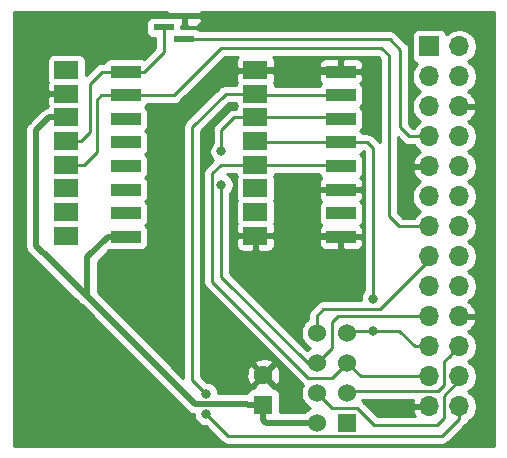
<source format=gbr>
G04 #@! TF.GenerationSoftware,KiCad,Pcbnew,(5.1.5-0-10_14)*
G04 #@! TF.CreationDate,2020-05-04T22:30:03+03:00*
G04 #@! TF.ProjectId,PiGate,50694761-7465-42e6-9b69-6361645f7063,rev?*
G04 #@! TF.SameCoordinates,Original*
G04 #@! TF.FileFunction,Copper,L1,Top*
G04 #@! TF.FilePolarity,Positive*
%FSLAX46Y46*%
G04 Gerber Fmt 4.6, Leading zero omitted, Abs format (unit mm)*
G04 Created by KiCad (PCBNEW (5.1.5-0-10_14)) date 2020-05-04 22:30:03*
%MOMM*%
%LPD*%
G04 APERTURE LIST*
%ADD10O,1.700000X1.700000*%
%ADD11R,1.700000X1.700000*%
%ADD12C,1.524000*%
%ADD13R,1.524000X1.524000*%
%ADD14C,1.600000*%
%ADD15R,1.600000X1.600000*%
%ADD16R,2.500000X1.000000*%
%ADD17R,2.000000X1.500000*%
%ADD18R,1.750000X0.600000*%
%ADD19C,0.800000*%
%ADD20C,0.250000*%
%ADD21C,0.500000*%
%ADD22C,0.254000*%
G04 APERTURE END LIST*
D10*
X130395302Y-84030000D03*
X127855302Y-84030000D03*
X130395302Y-81490000D03*
X127855302Y-81490000D03*
X130395302Y-78950000D03*
X127855302Y-78950000D03*
X130395302Y-76410000D03*
X127855302Y-76410000D03*
X130395302Y-73870000D03*
X127855302Y-73870000D03*
X130395302Y-71330000D03*
X127855302Y-71330000D03*
X130395302Y-68790000D03*
X127855302Y-68790000D03*
X130395302Y-66250000D03*
X127855302Y-66250000D03*
X130395302Y-63710000D03*
X127855302Y-63710000D03*
X130395302Y-61170000D03*
X127855302Y-61170000D03*
X130395302Y-58630000D03*
X127855302Y-58630000D03*
X130395302Y-56090000D03*
X127855302Y-56090000D03*
X130395302Y-53550000D03*
D11*
X127855302Y-53550000D03*
D12*
X118364000Y-77800200D03*
X120904000Y-77800200D03*
X118364000Y-80340200D03*
X120904000Y-80340200D03*
X118364000Y-82880200D03*
X120904000Y-82880200D03*
X118364000Y-85420200D03*
D13*
X120904000Y-85420200D03*
D14*
X113817400Y-81370800D03*
D15*
X113817400Y-83870800D03*
D16*
X102170600Y-55672200D03*
X102170600Y-57672200D03*
X102170600Y-59672200D03*
X102170600Y-61672200D03*
X102170600Y-63672200D03*
X102170600Y-65672200D03*
X102170600Y-67672200D03*
X102170600Y-69672200D03*
X120370600Y-69672200D03*
X120370600Y-67672200D03*
X120370600Y-65672200D03*
X120370600Y-63672200D03*
X120370600Y-61672200D03*
X120370600Y-59672200D03*
X120370600Y-57672200D03*
X120370600Y-55672200D03*
D17*
X97129600Y-55560200D03*
X97129600Y-57560200D03*
X97129600Y-59560200D03*
X97129600Y-61560200D03*
X97129600Y-63560200D03*
X97129600Y-65560200D03*
X97129600Y-67560200D03*
X97129600Y-69560200D03*
X113129600Y-69560200D03*
X113129600Y-67560200D03*
X113129600Y-65560200D03*
X113129600Y-63560200D03*
X113129600Y-61560200D03*
X113129600Y-59560200D03*
X113129600Y-57560200D03*
X113129600Y-55560200D03*
D18*
X105361800Y-51933600D03*
X107111800Y-50933600D03*
X107111800Y-52933600D03*
D19*
X94970600Y-53086000D03*
X116651800Y-55560200D03*
X117563400Y-65672200D03*
X116586000Y-69621400D03*
X108966000Y-84658200D03*
X108966000Y-82956400D03*
X123063000Y-77597000D03*
X123088400Y-74904600D03*
X110261400Y-65252600D03*
X110261400Y-62433200D03*
D20*
X113129600Y-55560200D02*
X116651800Y-55560200D01*
X113241600Y-69672200D02*
X113129600Y-69560200D01*
X120370600Y-65672200D02*
X117563400Y-65672200D01*
X116586000Y-69672200D02*
X113241600Y-69672200D01*
X120370600Y-69672200D02*
X116586000Y-69672200D01*
X94970600Y-53086000D02*
X94970600Y-53086000D01*
X116651800Y-55560200D02*
X120258600Y-55560200D01*
X117563400Y-65672200D02*
X117563400Y-65672200D01*
X116586000Y-69621400D02*
X116586000Y-69672200D01*
D21*
X94970600Y-56901200D02*
X94970600Y-53651685D01*
X94970600Y-53651685D02*
X94970600Y-53086000D01*
X95629600Y-57560200D02*
X94970600Y-56901200D01*
X97129600Y-57560200D02*
X95629600Y-57560200D01*
X94970600Y-53086000D02*
X97104200Y-50952400D01*
X97104200Y-50952400D02*
X97155000Y-50952400D01*
D20*
X97123000Y-50933600D02*
X97155000Y-50952400D01*
D21*
X104895400Y-50933600D02*
X107111800Y-50933600D01*
X97123000Y-50933600D02*
X104895400Y-50933600D01*
X120258600Y-55560200D02*
X120370600Y-55672200D01*
X113129600Y-55560200D02*
X120258600Y-55560200D01*
X120258600Y-69560200D02*
X120370600Y-69672200D01*
X113129600Y-69560200D02*
X120258600Y-69560200D01*
X117487200Y-65672200D02*
X116560600Y-66598800D01*
X120370600Y-65672200D02*
X117487200Y-65672200D01*
D20*
X117563400Y-65672200D02*
X116560600Y-66598800D01*
D21*
X116586000Y-66624200D02*
X116586000Y-69621400D01*
X116560600Y-66598800D02*
X116586000Y-66624200D01*
D20*
X98933000Y-71409800D02*
X98933000Y-74726800D01*
D21*
X113817400Y-85170800D02*
X113817400Y-83870800D01*
X114066800Y-85420200D02*
X113817400Y-85170800D01*
X118364000Y-85420200D02*
X114066800Y-85420200D01*
X108014399Y-83808199D02*
X98907600Y-74701400D01*
X112454799Y-83808199D02*
X108014399Y-83808199D01*
X112517400Y-83870800D02*
X112454799Y-83808199D01*
X113817400Y-83870800D02*
X112517400Y-83870800D01*
D20*
X98933000Y-74726800D02*
X98907600Y-74701400D01*
D21*
X98907600Y-74701400D02*
X98907600Y-71399400D01*
X98907600Y-71399400D02*
X100660200Y-69646800D01*
D20*
X100660200Y-69646800D02*
X98933000Y-71409800D01*
X100670600Y-69672200D02*
X100660200Y-69646800D01*
D21*
X100670600Y-69672200D02*
X102170600Y-69672200D01*
X98907600Y-74701400D02*
X98856800Y-74701400D01*
D20*
X95199200Y-71043800D02*
X98933000Y-74726800D01*
D21*
X98856800Y-74701400D02*
X95199200Y-71043800D01*
D20*
X95173800Y-71069200D02*
X95199200Y-71043800D01*
D21*
X95633800Y-59560200D02*
X97129600Y-59560200D01*
X94538800Y-60655200D02*
X95633800Y-59560200D01*
X94538800Y-70434200D02*
X94538800Y-60655200D01*
X95173800Y-71069200D02*
X94538800Y-70434200D01*
D20*
X113241600Y-57672200D02*
X113129600Y-57560200D01*
X120370600Y-57672200D02*
X113241600Y-57672200D01*
X110613200Y-57560200D02*
X113129600Y-57560200D01*
X107797600Y-60375800D02*
X110613200Y-57560200D01*
X107797600Y-81788000D02*
X107797600Y-60375800D01*
X108966000Y-82956400D02*
X107797600Y-81788000D01*
X110815001Y-86507201D02*
X108966000Y-84658200D01*
X130395302Y-85047498D02*
X128935599Y-86507201D01*
X128935599Y-86507201D02*
X110815001Y-86507201D01*
X130395302Y-84030000D02*
X130395302Y-85047498D01*
X119125999Y-83642199D02*
X118364000Y-82880200D01*
X121717602Y-84124800D02*
X119608600Y-84124800D01*
X123190802Y-85598000D02*
X121717602Y-84124800D01*
X128549400Y-85598000D02*
X123190802Y-85598000D01*
X129108200Y-85039200D02*
X128549400Y-85598000D01*
X119608600Y-84124800D02*
X119125999Y-83642199D01*
X129108200Y-83108800D02*
X129108200Y-85039200D01*
X130395302Y-81821698D02*
X129108200Y-83108800D01*
X130395302Y-81490000D02*
X130395302Y-81821698D01*
X120258600Y-63560200D02*
X120370600Y-63672200D01*
X113129600Y-63560200D02*
X120258600Y-63560200D01*
X127848502Y-81483200D02*
X127855302Y-81490000D01*
X122047000Y-81483200D02*
X127848502Y-81483200D01*
X120904000Y-80340200D02*
X122047000Y-81483200D01*
X109474000Y-64287400D02*
X110201200Y-63560200D01*
X109474000Y-73456800D02*
X109474000Y-64287400D01*
X117627400Y-81610200D02*
X109474000Y-73456800D01*
X110201200Y-63560200D02*
X113129600Y-63560200D01*
X119634000Y-81610200D02*
X117627400Y-81610200D01*
X120904000Y-80340200D02*
X119634000Y-81610200D01*
X129133600Y-82219800D02*
X129133600Y-80211702D01*
X128600200Y-82753200D02*
X129133600Y-82219800D01*
X129133600Y-80211702D02*
X129545303Y-79799999D01*
X129545303Y-79799999D02*
X130395302Y-78950000D01*
X121031000Y-82753200D02*
X128600200Y-82753200D01*
X120904000Y-82880200D02*
X121031000Y-82753200D01*
X113241600Y-61672200D02*
X113129600Y-61560200D01*
X120370600Y-61672200D02*
X113241600Y-61672200D01*
X121107200Y-77597000D02*
X120904000Y-77800200D01*
X123063000Y-77597000D02*
X121107200Y-77597000D01*
X126653221Y-78950000D02*
X127855302Y-78950000D01*
X125300221Y-77597000D02*
X126653221Y-78950000D01*
X121107200Y-77597000D02*
X125300221Y-77597000D01*
X123088400Y-74338915D02*
X123088400Y-74904600D01*
X123088400Y-62153800D02*
X123088400Y-74338915D01*
X122606800Y-61672200D02*
X123088400Y-62153800D01*
X120370600Y-61672200D02*
X122606800Y-61672200D01*
X120258600Y-59560200D02*
X120370600Y-59672200D01*
X113129600Y-59560200D02*
X120258600Y-59560200D01*
X111356400Y-59560200D02*
X113129600Y-59560200D01*
X110261400Y-60655200D02*
X111356400Y-59560200D01*
X110261400Y-62433200D02*
X110261400Y-60655200D01*
X126653221Y-76410000D02*
X127855302Y-76410000D01*
X120109800Y-76410000D02*
X126653221Y-76410000D01*
X119634000Y-76885800D02*
X120109800Y-76410000D01*
X119634000Y-79070200D02*
X119634000Y-76885800D01*
X118364000Y-80340200D02*
X119634000Y-79070200D01*
X110261400Y-73050400D02*
X110261400Y-65252600D01*
X117551200Y-80340200D02*
X110261400Y-73050400D01*
X118364000Y-80340200D02*
X117551200Y-80340200D01*
X118364000Y-76327000D02*
X118364000Y-77800200D01*
X123672600Y-75793600D02*
X118897400Y-75793600D01*
X127855302Y-71610898D02*
X123672600Y-75793600D01*
X118897400Y-75793600D02*
X118364000Y-76327000D01*
X127855302Y-71330000D02*
X127855302Y-71610898D01*
X99695000Y-58039000D02*
X100061800Y-57672200D01*
X98628200Y-63550800D02*
X99695000Y-62484000D01*
X98389000Y-63550800D02*
X98628200Y-63550800D01*
X98379600Y-63560200D02*
X98389000Y-63550800D01*
X99695000Y-62484000D02*
X99695000Y-58039000D01*
X100061800Y-57672200D02*
X102170600Y-57672200D01*
X97129600Y-63560200D02*
X98379600Y-63560200D01*
X106208600Y-57672200D02*
X102170600Y-57672200D01*
X110210600Y-53670200D02*
X106208600Y-57672200D01*
X124409200Y-67919600D02*
X124409200Y-54279800D01*
X124409200Y-54279800D02*
X123799600Y-53670200D01*
X123799600Y-53670200D02*
X110210600Y-53670200D01*
X125279600Y-68790000D02*
X124409200Y-67919600D01*
X127855302Y-68790000D02*
X125279600Y-68790000D01*
X125399800Y-60401200D02*
X126168600Y-61170000D01*
X125399800Y-53822600D02*
X125399800Y-60401200D01*
X124510800Y-52933600D02*
X125399800Y-53822600D01*
X126168600Y-61170000D02*
X127855302Y-61170000D01*
X107111800Y-52933600D02*
X124510800Y-52933600D01*
X98379600Y-61560200D02*
X99136200Y-60803600D01*
X97129600Y-61560200D02*
X98379600Y-61560200D01*
X99136200Y-60803600D02*
X99136200Y-56692800D01*
X100156800Y-55672200D02*
X102170600Y-55672200D01*
X99136200Y-56692800D02*
X100156800Y-55672200D01*
X105361800Y-53981000D02*
X105361800Y-52483600D01*
X103670600Y-55672200D02*
X105361800Y-53981000D01*
X105361800Y-52483600D02*
X105361800Y-51933600D01*
X102170600Y-55672200D02*
X103670600Y-55672200D01*
D22*
G36*
X105760550Y-50806600D02*
G01*
X106984800Y-50806600D01*
X106984800Y-50786600D01*
X107238800Y-50786600D01*
X107238800Y-50806600D01*
X108463050Y-50806600D01*
X108609650Y-50660000D01*
X133340000Y-50660000D01*
X133340001Y-87340000D01*
X92660000Y-87340000D01*
X92660000Y-60655200D01*
X93649519Y-60655200D01*
X93653801Y-60698679D01*
X93653800Y-70390731D01*
X93649519Y-70434200D01*
X93653800Y-70477669D01*
X93653800Y-70477676D01*
X93661731Y-70558198D01*
X93666605Y-70607690D01*
X93672338Y-70626589D01*
X93717211Y-70774512D01*
X93799389Y-70928258D01*
X93909983Y-71063017D01*
X93943756Y-71090734D01*
X94578753Y-71725732D01*
X94679741Y-71808611D01*
X94749972Y-71846150D01*
X98200270Y-75296449D01*
X98227983Y-75330217D01*
X98261751Y-75357930D01*
X98261753Y-75357932D01*
X98362741Y-75440811D01*
X98432972Y-75478350D01*
X107357869Y-84403248D01*
X107385582Y-84437016D01*
X107419350Y-84464729D01*
X107419352Y-84464731D01*
X107520340Y-84547610D01*
X107674085Y-84629788D01*
X107809282Y-84670800D01*
X107840909Y-84680394D01*
X107931000Y-84689267D01*
X107931000Y-84760139D01*
X107970774Y-84960098D01*
X108048795Y-85148456D01*
X108162063Y-85317974D01*
X108306226Y-85462137D01*
X108475744Y-85575405D01*
X108664102Y-85653426D01*
X108864061Y-85693200D01*
X108926199Y-85693200D01*
X110251202Y-87018204D01*
X110275000Y-87047202D01*
X110390725Y-87142175D01*
X110522754Y-87212747D01*
X110666015Y-87256204D01*
X110777668Y-87267201D01*
X110777677Y-87267201D01*
X110815000Y-87270877D01*
X110852323Y-87267201D01*
X128898277Y-87267201D01*
X128935599Y-87270877D01*
X128972921Y-87267201D01*
X128972932Y-87267201D01*
X129084585Y-87256204D01*
X129227846Y-87212747D01*
X129359875Y-87142175D01*
X129475600Y-87047202D01*
X129499403Y-87018198D01*
X130906305Y-85611297D01*
X130935303Y-85587499D01*
X131030276Y-85471774D01*
X131097168Y-85346630D01*
X131098713Y-85345990D01*
X131341934Y-85183475D01*
X131548777Y-84976632D01*
X131711292Y-84733411D01*
X131823234Y-84463158D01*
X131880302Y-84176260D01*
X131880302Y-83883740D01*
X131823234Y-83596842D01*
X131711292Y-83326589D01*
X131548777Y-83083368D01*
X131341934Y-82876525D01*
X131167542Y-82760000D01*
X131341934Y-82643475D01*
X131548777Y-82436632D01*
X131711292Y-82193411D01*
X131823234Y-81923158D01*
X131880302Y-81636260D01*
X131880302Y-81343740D01*
X131823234Y-81056842D01*
X131711292Y-80786589D01*
X131548777Y-80543368D01*
X131341934Y-80336525D01*
X131167542Y-80220000D01*
X131341934Y-80103475D01*
X131548777Y-79896632D01*
X131711292Y-79653411D01*
X131823234Y-79383158D01*
X131880302Y-79096260D01*
X131880302Y-78803740D01*
X131823234Y-78516842D01*
X131711292Y-78246589D01*
X131548777Y-78003368D01*
X131341934Y-77796525D01*
X131159768Y-77674805D01*
X131276657Y-77605178D01*
X131492890Y-77410269D01*
X131666943Y-77176920D01*
X131792127Y-76914099D01*
X131836778Y-76766890D01*
X131715457Y-76537000D01*
X130522302Y-76537000D01*
X130522302Y-76557000D01*
X130268302Y-76557000D01*
X130268302Y-76537000D01*
X130248302Y-76537000D01*
X130248302Y-76283000D01*
X130268302Y-76283000D01*
X130268302Y-76263000D01*
X130522302Y-76263000D01*
X130522302Y-76283000D01*
X131715457Y-76283000D01*
X131836778Y-76053110D01*
X131792127Y-75905901D01*
X131666943Y-75643080D01*
X131492890Y-75409731D01*
X131276657Y-75214822D01*
X131159768Y-75145195D01*
X131341934Y-75023475D01*
X131548777Y-74816632D01*
X131711292Y-74573411D01*
X131823234Y-74303158D01*
X131880302Y-74016260D01*
X131880302Y-73723740D01*
X131823234Y-73436842D01*
X131711292Y-73166589D01*
X131548777Y-72923368D01*
X131341934Y-72716525D01*
X131167542Y-72600000D01*
X131341934Y-72483475D01*
X131548777Y-72276632D01*
X131711292Y-72033411D01*
X131823234Y-71763158D01*
X131880302Y-71476260D01*
X131880302Y-71183740D01*
X131823234Y-70896842D01*
X131711292Y-70626589D01*
X131548777Y-70383368D01*
X131341934Y-70176525D01*
X131167542Y-70060000D01*
X131341934Y-69943475D01*
X131548777Y-69736632D01*
X131711292Y-69493411D01*
X131823234Y-69223158D01*
X131880302Y-68936260D01*
X131880302Y-68643740D01*
X131823234Y-68356842D01*
X131711292Y-68086589D01*
X131548777Y-67843368D01*
X131341934Y-67636525D01*
X131167542Y-67520000D01*
X131341934Y-67403475D01*
X131548777Y-67196632D01*
X131711292Y-66953411D01*
X131823234Y-66683158D01*
X131880302Y-66396260D01*
X131880302Y-66103740D01*
X131823234Y-65816842D01*
X131711292Y-65546589D01*
X131548777Y-65303368D01*
X131341934Y-65096525D01*
X131167542Y-64980000D01*
X131341934Y-64863475D01*
X131548777Y-64656632D01*
X131711292Y-64413411D01*
X131823234Y-64143158D01*
X131880302Y-63856260D01*
X131880302Y-63563740D01*
X131823234Y-63276842D01*
X131711292Y-63006589D01*
X131548777Y-62763368D01*
X131341934Y-62556525D01*
X131167542Y-62440000D01*
X131341934Y-62323475D01*
X131548777Y-62116632D01*
X131711292Y-61873411D01*
X131823234Y-61603158D01*
X131880302Y-61316260D01*
X131880302Y-61023740D01*
X131823234Y-60736842D01*
X131711292Y-60466589D01*
X131548777Y-60223368D01*
X131341934Y-60016525D01*
X131159768Y-59894805D01*
X131276657Y-59825178D01*
X131492890Y-59630269D01*
X131666943Y-59396920D01*
X131792127Y-59134099D01*
X131836778Y-58986890D01*
X131715457Y-58757000D01*
X130522302Y-58757000D01*
X130522302Y-58777000D01*
X130268302Y-58777000D01*
X130268302Y-58757000D01*
X130248302Y-58757000D01*
X130248302Y-58503000D01*
X130268302Y-58503000D01*
X130268302Y-58483000D01*
X130522302Y-58483000D01*
X130522302Y-58503000D01*
X131715457Y-58503000D01*
X131836778Y-58273110D01*
X131792127Y-58125901D01*
X131666943Y-57863080D01*
X131492890Y-57629731D01*
X131276657Y-57434822D01*
X131159768Y-57365195D01*
X131341934Y-57243475D01*
X131548777Y-57036632D01*
X131711292Y-56793411D01*
X131823234Y-56523158D01*
X131880302Y-56236260D01*
X131880302Y-55943740D01*
X131823234Y-55656842D01*
X131711292Y-55386589D01*
X131548777Y-55143368D01*
X131341934Y-54936525D01*
X131167542Y-54820000D01*
X131341934Y-54703475D01*
X131548777Y-54496632D01*
X131711292Y-54253411D01*
X131823234Y-53983158D01*
X131880302Y-53696260D01*
X131880302Y-53403740D01*
X131823234Y-53116842D01*
X131711292Y-52846589D01*
X131548777Y-52603368D01*
X131341934Y-52396525D01*
X131098713Y-52234010D01*
X130828460Y-52122068D01*
X130541562Y-52065000D01*
X130249042Y-52065000D01*
X129962144Y-52122068D01*
X129691891Y-52234010D01*
X129448670Y-52396525D01*
X129316815Y-52528380D01*
X129294804Y-52455820D01*
X129235839Y-52345506D01*
X129156487Y-52248815D01*
X129059796Y-52169463D01*
X128949482Y-52110498D01*
X128829784Y-52074188D01*
X128705302Y-52061928D01*
X127005302Y-52061928D01*
X126880820Y-52074188D01*
X126761122Y-52110498D01*
X126650808Y-52169463D01*
X126554117Y-52248815D01*
X126474765Y-52345506D01*
X126415800Y-52455820D01*
X126379490Y-52575518D01*
X126367230Y-52700000D01*
X126367230Y-54400000D01*
X126379490Y-54524482D01*
X126415800Y-54644180D01*
X126474765Y-54754494D01*
X126554117Y-54851185D01*
X126650808Y-54930537D01*
X126761122Y-54989502D01*
X126833682Y-55011513D01*
X126701827Y-55143368D01*
X126539312Y-55386589D01*
X126427370Y-55656842D01*
X126370302Y-55943740D01*
X126370302Y-56236260D01*
X126427370Y-56523158D01*
X126539312Y-56793411D01*
X126701827Y-57036632D01*
X126908670Y-57243475D01*
X127083062Y-57360000D01*
X126908670Y-57476525D01*
X126701827Y-57683368D01*
X126539312Y-57926589D01*
X126427370Y-58196842D01*
X126370302Y-58483740D01*
X126370302Y-58776260D01*
X126427370Y-59063158D01*
X126539312Y-59333411D01*
X126701827Y-59576632D01*
X126908670Y-59783475D01*
X127083062Y-59900000D01*
X126908670Y-60016525D01*
X126701827Y-60223368D01*
X126577124Y-60410000D01*
X126483402Y-60410000D01*
X126159800Y-60086398D01*
X126159800Y-53859923D01*
X126163476Y-53822600D01*
X126159800Y-53785277D01*
X126159800Y-53785267D01*
X126148803Y-53673614D01*
X126105346Y-53530353D01*
X126034774Y-53398324D01*
X125939801Y-53282599D01*
X125910804Y-53258802D01*
X125074603Y-52422602D01*
X125050801Y-52393599D01*
X124935076Y-52298626D01*
X124803047Y-52228054D01*
X124659786Y-52184597D01*
X124548133Y-52173600D01*
X124548122Y-52173600D01*
X124510800Y-52169924D01*
X124473478Y-52173600D01*
X108427244Y-52173600D01*
X108341294Y-52103063D01*
X108230980Y-52044098D01*
X108111282Y-52007788D01*
X107986800Y-51995528D01*
X106874872Y-51995528D01*
X106874872Y-51819778D01*
X106984800Y-51709850D01*
X106984800Y-51060600D01*
X107238800Y-51060600D01*
X107238800Y-51709850D01*
X107397550Y-51868600D01*
X107986800Y-51871672D01*
X108111282Y-51859412D01*
X108230980Y-51823102D01*
X108341294Y-51764137D01*
X108437985Y-51684785D01*
X108517337Y-51588094D01*
X108576302Y-51477780D01*
X108612612Y-51358082D01*
X108624872Y-51233600D01*
X108621800Y-51219350D01*
X108463050Y-51060600D01*
X107238800Y-51060600D01*
X106984800Y-51060600D01*
X106511853Y-51060600D01*
X106480980Y-51044098D01*
X106361282Y-51007788D01*
X106236800Y-50995528D01*
X104486800Y-50995528D01*
X104362318Y-51007788D01*
X104242620Y-51044098D01*
X104132306Y-51103063D01*
X104035615Y-51182415D01*
X103956263Y-51279106D01*
X103897298Y-51389420D01*
X103860988Y-51509118D01*
X103848728Y-51633600D01*
X103848728Y-52233600D01*
X103860988Y-52358082D01*
X103897298Y-52477780D01*
X103956263Y-52588094D01*
X104035615Y-52684785D01*
X104132306Y-52764137D01*
X104242620Y-52823102D01*
X104362318Y-52859412D01*
X104486800Y-52871672D01*
X104601801Y-52871672D01*
X104601800Y-53666198D01*
X103678153Y-54589846D01*
X103664780Y-54582698D01*
X103545082Y-54546388D01*
X103420600Y-54534128D01*
X100920600Y-54534128D01*
X100796118Y-54546388D01*
X100676420Y-54582698D01*
X100566106Y-54641663D01*
X100469415Y-54721015D01*
X100390063Y-54817706D01*
X100339554Y-54912200D01*
X100194122Y-54912200D01*
X100156799Y-54908524D01*
X100119476Y-54912200D01*
X100119467Y-54912200D01*
X100007814Y-54923197D01*
X99864553Y-54966654D01*
X99732524Y-55037226D01*
X99616799Y-55132199D01*
X99593001Y-55161197D01*
X98767672Y-55986527D01*
X98767672Y-54810200D01*
X98755412Y-54685718D01*
X98719102Y-54566020D01*
X98660137Y-54455706D01*
X98580785Y-54359015D01*
X98484094Y-54279663D01*
X98373780Y-54220698D01*
X98254082Y-54184388D01*
X98129600Y-54172128D01*
X96129600Y-54172128D01*
X96005118Y-54184388D01*
X95885420Y-54220698D01*
X95775106Y-54279663D01*
X95678415Y-54359015D01*
X95599063Y-54455706D01*
X95540098Y-54566020D01*
X95503788Y-54685718D01*
X95491528Y-54810200D01*
X95491528Y-56310200D01*
X95503788Y-56434682D01*
X95540098Y-56554380D01*
X95543209Y-56560200D01*
X95540098Y-56566020D01*
X95503788Y-56685718D01*
X95491528Y-56810200D01*
X95494600Y-57274450D01*
X95653350Y-57433200D01*
X97002600Y-57433200D01*
X97002600Y-57413200D01*
X97256600Y-57413200D01*
X97256600Y-57433200D01*
X97276600Y-57433200D01*
X97276600Y-57687200D01*
X97256600Y-57687200D01*
X97256600Y-57707200D01*
X97002600Y-57707200D01*
X97002600Y-57687200D01*
X95653350Y-57687200D01*
X95494600Y-57845950D01*
X95491528Y-58310200D01*
X95503788Y-58434682D01*
X95540098Y-58554380D01*
X95543209Y-58560200D01*
X95540098Y-58566020D01*
X95504412Y-58683661D01*
X95460310Y-58688005D01*
X95293487Y-58738611D01*
X95159552Y-58810200D01*
X95139741Y-58820789D01*
X95038753Y-58903668D01*
X95038751Y-58903670D01*
X95004983Y-58931383D01*
X94977270Y-58965151D01*
X93943751Y-59998671D01*
X93909984Y-60026383D01*
X93882271Y-60060151D01*
X93882268Y-60060154D01*
X93799390Y-60161141D01*
X93717212Y-60314887D01*
X93666605Y-60481710D01*
X93649519Y-60655200D01*
X92660000Y-60655200D01*
X92660000Y-50660000D01*
X105613950Y-50660000D01*
X105760550Y-50806600D01*
G37*
X105760550Y-50806600D02*
X106984800Y-50806600D01*
X106984800Y-50786600D01*
X107238800Y-50786600D01*
X107238800Y-50806600D01*
X108463050Y-50806600D01*
X108609650Y-50660000D01*
X133340000Y-50660000D01*
X133340001Y-87340000D01*
X92660000Y-87340000D01*
X92660000Y-60655200D01*
X93649519Y-60655200D01*
X93653801Y-60698679D01*
X93653800Y-70390731D01*
X93649519Y-70434200D01*
X93653800Y-70477669D01*
X93653800Y-70477676D01*
X93661731Y-70558198D01*
X93666605Y-70607690D01*
X93672338Y-70626589D01*
X93717211Y-70774512D01*
X93799389Y-70928258D01*
X93909983Y-71063017D01*
X93943756Y-71090734D01*
X94578753Y-71725732D01*
X94679741Y-71808611D01*
X94749972Y-71846150D01*
X98200270Y-75296449D01*
X98227983Y-75330217D01*
X98261751Y-75357930D01*
X98261753Y-75357932D01*
X98362741Y-75440811D01*
X98432972Y-75478350D01*
X107357869Y-84403248D01*
X107385582Y-84437016D01*
X107419350Y-84464729D01*
X107419352Y-84464731D01*
X107520340Y-84547610D01*
X107674085Y-84629788D01*
X107809282Y-84670800D01*
X107840909Y-84680394D01*
X107931000Y-84689267D01*
X107931000Y-84760139D01*
X107970774Y-84960098D01*
X108048795Y-85148456D01*
X108162063Y-85317974D01*
X108306226Y-85462137D01*
X108475744Y-85575405D01*
X108664102Y-85653426D01*
X108864061Y-85693200D01*
X108926199Y-85693200D01*
X110251202Y-87018204D01*
X110275000Y-87047202D01*
X110390725Y-87142175D01*
X110522754Y-87212747D01*
X110666015Y-87256204D01*
X110777668Y-87267201D01*
X110777677Y-87267201D01*
X110815000Y-87270877D01*
X110852323Y-87267201D01*
X128898277Y-87267201D01*
X128935599Y-87270877D01*
X128972921Y-87267201D01*
X128972932Y-87267201D01*
X129084585Y-87256204D01*
X129227846Y-87212747D01*
X129359875Y-87142175D01*
X129475600Y-87047202D01*
X129499403Y-87018198D01*
X130906305Y-85611297D01*
X130935303Y-85587499D01*
X131030276Y-85471774D01*
X131097168Y-85346630D01*
X131098713Y-85345990D01*
X131341934Y-85183475D01*
X131548777Y-84976632D01*
X131711292Y-84733411D01*
X131823234Y-84463158D01*
X131880302Y-84176260D01*
X131880302Y-83883740D01*
X131823234Y-83596842D01*
X131711292Y-83326589D01*
X131548777Y-83083368D01*
X131341934Y-82876525D01*
X131167542Y-82760000D01*
X131341934Y-82643475D01*
X131548777Y-82436632D01*
X131711292Y-82193411D01*
X131823234Y-81923158D01*
X131880302Y-81636260D01*
X131880302Y-81343740D01*
X131823234Y-81056842D01*
X131711292Y-80786589D01*
X131548777Y-80543368D01*
X131341934Y-80336525D01*
X131167542Y-80220000D01*
X131341934Y-80103475D01*
X131548777Y-79896632D01*
X131711292Y-79653411D01*
X131823234Y-79383158D01*
X131880302Y-79096260D01*
X131880302Y-78803740D01*
X131823234Y-78516842D01*
X131711292Y-78246589D01*
X131548777Y-78003368D01*
X131341934Y-77796525D01*
X131159768Y-77674805D01*
X131276657Y-77605178D01*
X131492890Y-77410269D01*
X131666943Y-77176920D01*
X131792127Y-76914099D01*
X131836778Y-76766890D01*
X131715457Y-76537000D01*
X130522302Y-76537000D01*
X130522302Y-76557000D01*
X130268302Y-76557000D01*
X130268302Y-76537000D01*
X130248302Y-76537000D01*
X130248302Y-76283000D01*
X130268302Y-76283000D01*
X130268302Y-76263000D01*
X130522302Y-76263000D01*
X130522302Y-76283000D01*
X131715457Y-76283000D01*
X131836778Y-76053110D01*
X131792127Y-75905901D01*
X131666943Y-75643080D01*
X131492890Y-75409731D01*
X131276657Y-75214822D01*
X131159768Y-75145195D01*
X131341934Y-75023475D01*
X131548777Y-74816632D01*
X131711292Y-74573411D01*
X131823234Y-74303158D01*
X131880302Y-74016260D01*
X131880302Y-73723740D01*
X131823234Y-73436842D01*
X131711292Y-73166589D01*
X131548777Y-72923368D01*
X131341934Y-72716525D01*
X131167542Y-72600000D01*
X131341934Y-72483475D01*
X131548777Y-72276632D01*
X131711292Y-72033411D01*
X131823234Y-71763158D01*
X131880302Y-71476260D01*
X131880302Y-71183740D01*
X131823234Y-70896842D01*
X131711292Y-70626589D01*
X131548777Y-70383368D01*
X131341934Y-70176525D01*
X131167542Y-70060000D01*
X131341934Y-69943475D01*
X131548777Y-69736632D01*
X131711292Y-69493411D01*
X131823234Y-69223158D01*
X131880302Y-68936260D01*
X131880302Y-68643740D01*
X131823234Y-68356842D01*
X131711292Y-68086589D01*
X131548777Y-67843368D01*
X131341934Y-67636525D01*
X131167542Y-67520000D01*
X131341934Y-67403475D01*
X131548777Y-67196632D01*
X131711292Y-66953411D01*
X131823234Y-66683158D01*
X131880302Y-66396260D01*
X131880302Y-66103740D01*
X131823234Y-65816842D01*
X131711292Y-65546589D01*
X131548777Y-65303368D01*
X131341934Y-65096525D01*
X131167542Y-64980000D01*
X131341934Y-64863475D01*
X131548777Y-64656632D01*
X131711292Y-64413411D01*
X131823234Y-64143158D01*
X131880302Y-63856260D01*
X131880302Y-63563740D01*
X131823234Y-63276842D01*
X131711292Y-63006589D01*
X131548777Y-62763368D01*
X131341934Y-62556525D01*
X131167542Y-62440000D01*
X131341934Y-62323475D01*
X131548777Y-62116632D01*
X131711292Y-61873411D01*
X131823234Y-61603158D01*
X131880302Y-61316260D01*
X131880302Y-61023740D01*
X131823234Y-60736842D01*
X131711292Y-60466589D01*
X131548777Y-60223368D01*
X131341934Y-60016525D01*
X131159768Y-59894805D01*
X131276657Y-59825178D01*
X131492890Y-59630269D01*
X131666943Y-59396920D01*
X131792127Y-59134099D01*
X131836778Y-58986890D01*
X131715457Y-58757000D01*
X130522302Y-58757000D01*
X130522302Y-58777000D01*
X130268302Y-58777000D01*
X130268302Y-58757000D01*
X130248302Y-58757000D01*
X130248302Y-58503000D01*
X130268302Y-58503000D01*
X130268302Y-58483000D01*
X130522302Y-58483000D01*
X130522302Y-58503000D01*
X131715457Y-58503000D01*
X131836778Y-58273110D01*
X131792127Y-58125901D01*
X131666943Y-57863080D01*
X131492890Y-57629731D01*
X131276657Y-57434822D01*
X131159768Y-57365195D01*
X131341934Y-57243475D01*
X131548777Y-57036632D01*
X131711292Y-56793411D01*
X131823234Y-56523158D01*
X131880302Y-56236260D01*
X131880302Y-55943740D01*
X131823234Y-55656842D01*
X131711292Y-55386589D01*
X131548777Y-55143368D01*
X131341934Y-54936525D01*
X131167542Y-54820000D01*
X131341934Y-54703475D01*
X131548777Y-54496632D01*
X131711292Y-54253411D01*
X131823234Y-53983158D01*
X131880302Y-53696260D01*
X131880302Y-53403740D01*
X131823234Y-53116842D01*
X131711292Y-52846589D01*
X131548777Y-52603368D01*
X131341934Y-52396525D01*
X131098713Y-52234010D01*
X130828460Y-52122068D01*
X130541562Y-52065000D01*
X130249042Y-52065000D01*
X129962144Y-52122068D01*
X129691891Y-52234010D01*
X129448670Y-52396525D01*
X129316815Y-52528380D01*
X129294804Y-52455820D01*
X129235839Y-52345506D01*
X129156487Y-52248815D01*
X129059796Y-52169463D01*
X128949482Y-52110498D01*
X128829784Y-52074188D01*
X128705302Y-52061928D01*
X127005302Y-52061928D01*
X126880820Y-52074188D01*
X126761122Y-52110498D01*
X126650808Y-52169463D01*
X126554117Y-52248815D01*
X126474765Y-52345506D01*
X126415800Y-52455820D01*
X126379490Y-52575518D01*
X126367230Y-52700000D01*
X126367230Y-54400000D01*
X126379490Y-54524482D01*
X126415800Y-54644180D01*
X126474765Y-54754494D01*
X126554117Y-54851185D01*
X126650808Y-54930537D01*
X126761122Y-54989502D01*
X126833682Y-55011513D01*
X126701827Y-55143368D01*
X126539312Y-55386589D01*
X126427370Y-55656842D01*
X126370302Y-55943740D01*
X126370302Y-56236260D01*
X126427370Y-56523158D01*
X126539312Y-56793411D01*
X126701827Y-57036632D01*
X126908670Y-57243475D01*
X127083062Y-57360000D01*
X126908670Y-57476525D01*
X126701827Y-57683368D01*
X126539312Y-57926589D01*
X126427370Y-58196842D01*
X126370302Y-58483740D01*
X126370302Y-58776260D01*
X126427370Y-59063158D01*
X126539312Y-59333411D01*
X126701827Y-59576632D01*
X126908670Y-59783475D01*
X127083062Y-59900000D01*
X126908670Y-60016525D01*
X126701827Y-60223368D01*
X126577124Y-60410000D01*
X126483402Y-60410000D01*
X126159800Y-60086398D01*
X126159800Y-53859923D01*
X126163476Y-53822600D01*
X126159800Y-53785277D01*
X126159800Y-53785267D01*
X126148803Y-53673614D01*
X126105346Y-53530353D01*
X126034774Y-53398324D01*
X125939801Y-53282599D01*
X125910804Y-53258802D01*
X125074603Y-52422602D01*
X125050801Y-52393599D01*
X124935076Y-52298626D01*
X124803047Y-52228054D01*
X124659786Y-52184597D01*
X124548133Y-52173600D01*
X124548122Y-52173600D01*
X124510800Y-52169924D01*
X124473478Y-52173600D01*
X108427244Y-52173600D01*
X108341294Y-52103063D01*
X108230980Y-52044098D01*
X108111282Y-52007788D01*
X107986800Y-51995528D01*
X106874872Y-51995528D01*
X106874872Y-51819778D01*
X106984800Y-51709850D01*
X106984800Y-51060600D01*
X107238800Y-51060600D01*
X107238800Y-51709850D01*
X107397550Y-51868600D01*
X107986800Y-51871672D01*
X108111282Y-51859412D01*
X108230980Y-51823102D01*
X108341294Y-51764137D01*
X108437985Y-51684785D01*
X108517337Y-51588094D01*
X108576302Y-51477780D01*
X108612612Y-51358082D01*
X108624872Y-51233600D01*
X108621800Y-51219350D01*
X108463050Y-51060600D01*
X107238800Y-51060600D01*
X106984800Y-51060600D01*
X106511853Y-51060600D01*
X106480980Y-51044098D01*
X106361282Y-51007788D01*
X106236800Y-50995528D01*
X104486800Y-50995528D01*
X104362318Y-51007788D01*
X104242620Y-51044098D01*
X104132306Y-51103063D01*
X104035615Y-51182415D01*
X103956263Y-51279106D01*
X103897298Y-51389420D01*
X103860988Y-51509118D01*
X103848728Y-51633600D01*
X103848728Y-52233600D01*
X103860988Y-52358082D01*
X103897298Y-52477780D01*
X103956263Y-52588094D01*
X104035615Y-52684785D01*
X104132306Y-52764137D01*
X104242620Y-52823102D01*
X104362318Y-52859412D01*
X104486800Y-52871672D01*
X104601801Y-52871672D01*
X104601800Y-53666198D01*
X103678153Y-54589846D01*
X103664780Y-54582698D01*
X103545082Y-54546388D01*
X103420600Y-54534128D01*
X100920600Y-54534128D01*
X100796118Y-54546388D01*
X100676420Y-54582698D01*
X100566106Y-54641663D01*
X100469415Y-54721015D01*
X100390063Y-54817706D01*
X100339554Y-54912200D01*
X100194122Y-54912200D01*
X100156799Y-54908524D01*
X100119476Y-54912200D01*
X100119467Y-54912200D01*
X100007814Y-54923197D01*
X99864553Y-54966654D01*
X99732524Y-55037226D01*
X99616799Y-55132199D01*
X99593001Y-55161197D01*
X98767672Y-55986527D01*
X98767672Y-54810200D01*
X98755412Y-54685718D01*
X98719102Y-54566020D01*
X98660137Y-54455706D01*
X98580785Y-54359015D01*
X98484094Y-54279663D01*
X98373780Y-54220698D01*
X98254082Y-54184388D01*
X98129600Y-54172128D01*
X96129600Y-54172128D01*
X96005118Y-54184388D01*
X95885420Y-54220698D01*
X95775106Y-54279663D01*
X95678415Y-54359015D01*
X95599063Y-54455706D01*
X95540098Y-54566020D01*
X95503788Y-54685718D01*
X95491528Y-54810200D01*
X95491528Y-56310200D01*
X95503788Y-56434682D01*
X95540098Y-56554380D01*
X95543209Y-56560200D01*
X95540098Y-56566020D01*
X95503788Y-56685718D01*
X95491528Y-56810200D01*
X95494600Y-57274450D01*
X95653350Y-57433200D01*
X97002600Y-57433200D01*
X97002600Y-57413200D01*
X97256600Y-57413200D01*
X97256600Y-57433200D01*
X97276600Y-57433200D01*
X97276600Y-57687200D01*
X97256600Y-57687200D01*
X97256600Y-57707200D01*
X97002600Y-57707200D01*
X97002600Y-57687200D01*
X95653350Y-57687200D01*
X95494600Y-57845950D01*
X95491528Y-58310200D01*
X95503788Y-58434682D01*
X95540098Y-58554380D01*
X95543209Y-58560200D01*
X95540098Y-58566020D01*
X95504412Y-58683661D01*
X95460310Y-58688005D01*
X95293487Y-58738611D01*
X95159552Y-58810200D01*
X95139741Y-58820789D01*
X95038753Y-58903668D01*
X95038751Y-58903670D01*
X95004983Y-58931383D01*
X94977270Y-58965151D01*
X93943751Y-59998671D01*
X93909984Y-60026383D01*
X93882271Y-60060151D01*
X93882268Y-60060154D01*
X93799390Y-60161141D01*
X93717212Y-60314887D01*
X93666605Y-60481710D01*
X93649519Y-60655200D01*
X92660000Y-60655200D01*
X92660000Y-50660000D01*
X105613950Y-50660000D01*
X105760550Y-50806600D01*
G36*
X121031000Y-85293200D02*
G01*
X121051000Y-85293200D01*
X121051000Y-85547200D01*
X121031000Y-85547200D01*
X121031000Y-85567200D01*
X120777000Y-85567200D01*
X120777000Y-85547200D01*
X120757000Y-85547200D01*
X120757000Y-85293200D01*
X120777000Y-85293200D01*
X120777000Y-85273200D01*
X121031000Y-85273200D01*
X121031000Y-85293200D01*
G37*
X121031000Y-85293200D02*
X121051000Y-85293200D01*
X121051000Y-85547200D01*
X121031000Y-85547200D01*
X121031000Y-85567200D01*
X120777000Y-85567200D01*
X120777000Y-85547200D01*
X120757000Y-85547200D01*
X120757000Y-85293200D01*
X120777000Y-85293200D01*
X120777000Y-85273200D01*
X121031000Y-85273200D01*
X121031000Y-85293200D01*
G36*
X126458477Y-83525901D02*
G01*
X126413826Y-83673110D01*
X126535147Y-83903000D01*
X127728302Y-83903000D01*
X127728302Y-83883000D01*
X127982302Y-83883000D01*
X127982302Y-83903000D01*
X128002302Y-83903000D01*
X128002302Y-84157000D01*
X127982302Y-84157000D01*
X127982302Y-84177000D01*
X127728302Y-84177000D01*
X127728302Y-84157000D01*
X126535147Y-84157000D01*
X126413826Y-84386890D01*
X126458477Y-84534099D01*
X126583661Y-84796920D01*
X126614302Y-84838000D01*
X123505605Y-84838000D01*
X122281405Y-83613802D01*
X122257603Y-83584799D01*
X122170359Y-83513200D01*
X126464527Y-83513200D01*
X126458477Y-83525901D01*
G37*
X126458477Y-83525901D02*
X126413826Y-83673110D01*
X126535147Y-83903000D01*
X127728302Y-83903000D01*
X127728302Y-83883000D01*
X127982302Y-83883000D01*
X127982302Y-83903000D01*
X128002302Y-83903000D01*
X128002302Y-84157000D01*
X127982302Y-84157000D01*
X127982302Y-84177000D01*
X127728302Y-84177000D01*
X127728302Y-84157000D01*
X126535147Y-84157000D01*
X126413826Y-84386890D01*
X126458477Y-84534099D01*
X126583661Y-84796920D01*
X126614302Y-84838000D01*
X123505605Y-84838000D01*
X122281405Y-83613802D01*
X122257603Y-83584799D01*
X122170359Y-83513200D01*
X126464527Y-83513200D01*
X126458477Y-83525901D01*
G36*
X111503788Y-58434682D02*
G01*
X111540098Y-58554380D01*
X111543209Y-58560200D01*
X111540098Y-58566020D01*
X111503788Y-58685718D01*
X111492513Y-58800200D01*
X111393723Y-58800200D01*
X111356400Y-58796524D01*
X111319077Y-58800200D01*
X111319067Y-58800200D01*
X111207414Y-58811197D01*
X111064153Y-58854654D01*
X110932124Y-58925226D01*
X110816399Y-59020199D01*
X110792601Y-59049197D01*
X109750398Y-60091401D01*
X109721400Y-60115199D01*
X109697602Y-60144197D01*
X109697601Y-60144198D01*
X109626426Y-60230924D01*
X109555854Y-60362954D01*
X109512398Y-60506215D01*
X109497724Y-60655200D01*
X109501401Y-60692532D01*
X109501400Y-61729489D01*
X109457463Y-61773426D01*
X109344195Y-61942944D01*
X109266174Y-62131302D01*
X109226400Y-62331261D01*
X109226400Y-62535139D01*
X109266174Y-62735098D01*
X109344195Y-62923456D01*
X109457463Y-63092974D01*
X109525544Y-63161055D01*
X108962998Y-63723601D01*
X108934000Y-63747399D01*
X108910202Y-63776397D01*
X108910201Y-63776398D01*
X108839026Y-63863124D01*
X108768454Y-63995154D01*
X108746694Y-64066890D01*
X108724998Y-64138414D01*
X108721670Y-64172200D01*
X108710324Y-64287400D01*
X108714001Y-64324732D01*
X108714000Y-73419478D01*
X108710324Y-73456800D01*
X108714000Y-73494122D01*
X108714000Y-73494132D01*
X108724997Y-73605785D01*
X108749140Y-73685374D01*
X108768454Y-73749046D01*
X108839026Y-73881076D01*
X108862250Y-73909374D01*
X108933999Y-73996801D01*
X108963003Y-74020604D01*
X117063601Y-82121203D01*
X117087399Y-82150201D01*
X117141788Y-82194837D01*
X117125995Y-82218473D01*
X117020686Y-82472710D01*
X116967000Y-82742608D01*
X116967000Y-83017792D01*
X117020686Y-83287690D01*
X117125995Y-83541927D01*
X117278880Y-83770735D01*
X117473465Y-83965320D01*
X117702273Y-84118205D01*
X117779515Y-84150200D01*
X117702273Y-84182195D01*
X117473465Y-84335080D01*
X117278880Y-84529665D01*
X117275182Y-84535200D01*
X115255472Y-84535200D01*
X115255472Y-83070800D01*
X115243212Y-82946318D01*
X115206902Y-82826620D01*
X115147937Y-82716306D01*
X115068585Y-82619615D01*
X114971894Y-82540263D01*
X114861580Y-82481298D01*
X114741882Y-82444988D01*
X114617400Y-82432728D01*
X114610185Y-82432728D01*
X114630497Y-82363502D01*
X113817400Y-81550405D01*
X113004303Y-82363502D01*
X113024615Y-82432728D01*
X113017400Y-82432728D01*
X112892918Y-82444988D01*
X112773220Y-82481298D01*
X112662906Y-82540263D01*
X112566215Y-82619615D01*
X112486863Y-82716306D01*
X112427898Y-82826620D01*
X112398601Y-82923199D01*
X110001000Y-82923199D01*
X110001000Y-82854461D01*
X109961226Y-82654502D01*
X109883205Y-82466144D01*
X109769937Y-82296626D01*
X109625774Y-82152463D01*
X109456256Y-82039195D01*
X109267898Y-81961174D01*
X109067939Y-81921400D01*
X109005802Y-81921400D01*
X108557600Y-81473199D01*
X108557600Y-81441312D01*
X112377183Y-81441312D01*
X112418613Y-81720930D01*
X112513797Y-81987092D01*
X112580729Y-82112314D01*
X112824698Y-82183897D01*
X113637795Y-81370800D01*
X113997005Y-81370800D01*
X114810102Y-82183897D01*
X115054071Y-82112314D01*
X115174971Y-81856804D01*
X115243700Y-81582616D01*
X115257617Y-81300288D01*
X115216187Y-81020670D01*
X115121003Y-80754508D01*
X115054071Y-80629286D01*
X114810102Y-80557703D01*
X113997005Y-81370800D01*
X113637795Y-81370800D01*
X112824698Y-80557703D01*
X112580729Y-80629286D01*
X112459829Y-80884796D01*
X112391100Y-81158984D01*
X112377183Y-81441312D01*
X108557600Y-81441312D01*
X108557600Y-80378098D01*
X113004303Y-80378098D01*
X113817400Y-81191195D01*
X114630497Y-80378098D01*
X114558914Y-80134129D01*
X114303404Y-80013229D01*
X114029216Y-79944500D01*
X113746888Y-79930583D01*
X113467270Y-79972013D01*
X113201108Y-80067197D01*
X113075886Y-80134129D01*
X113004303Y-80378098D01*
X108557600Y-80378098D01*
X108557600Y-60690601D01*
X110928002Y-58320200D01*
X111492513Y-58320200D01*
X111503788Y-58434682D01*
G37*
X111503788Y-58434682D02*
X111540098Y-58554380D01*
X111543209Y-58560200D01*
X111540098Y-58566020D01*
X111503788Y-58685718D01*
X111492513Y-58800200D01*
X111393723Y-58800200D01*
X111356400Y-58796524D01*
X111319077Y-58800200D01*
X111319067Y-58800200D01*
X111207414Y-58811197D01*
X111064153Y-58854654D01*
X110932124Y-58925226D01*
X110816399Y-59020199D01*
X110792601Y-59049197D01*
X109750398Y-60091401D01*
X109721400Y-60115199D01*
X109697602Y-60144197D01*
X109697601Y-60144198D01*
X109626426Y-60230924D01*
X109555854Y-60362954D01*
X109512398Y-60506215D01*
X109497724Y-60655200D01*
X109501401Y-60692532D01*
X109501400Y-61729489D01*
X109457463Y-61773426D01*
X109344195Y-61942944D01*
X109266174Y-62131302D01*
X109226400Y-62331261D01*
X109226400Y-62535139D01*
X109266174Y-62735098D01*
X109344195Y-62923456D01*
X109457463Y-63092974D01*
X109525544Y-63161055D01*
X108962998Y-63723601D01*
X108934000Y-63747399D01*
X108910202Y-63776397D01*
X108910201Y-63776398D01*
X108839026Y-63863124D01*
X108768454Y-63995154D01*
X108746694Y-64066890D01*
X108724998Y-64138414D01*
X108721670Y-64172200D01*
X108710324Y-64287400D01*
X108714001Y-64324732D01*
X108714000Y-73419478D01*
X108710324Y-73456800D01*
X108714000Y-73494122D01*
X108714000Y-73494132D01*
X108724997Y-73605785D01*
X108749140Y-73685374D01*
X108768454Y-73749046D01*
X108839026Y-73881076D01*
X108862250Y-73909374D01*
X108933999Y-73996801D01*
X108963003Y-74020604D01*
X117063601Y-82121203D01*
X117087399Y-82150201D01*
X117141788Y-82194837D01*
X117125995Y-82218473D01*
X117020686Y-82472710D01*
X116967000Y-82742608D01*
X116967000Y-83017792D01*
X117020686Y-83287690D01*
X117125995Y-83541927D01*
X117278880Y-83770735D01*
X117473465Y-83965320D01*
X117702273Y-84118205D01*
X117779515Y-84150200D01*
X117702273Y-84182195D01*
X117473465Y-84335080D01*
X117278880Y-84529665D01*
X117275182Y-84535200D01*
X115255472Y-84535200D01*
X115255472Y-83070800D01*
X115243212Y-82946318D01*
X115206902Y-82826620D01*
X115147937Y-82716306D01*
X115068585Y-82619615D01*
X114971894Y-82540263D01*
X114861580Y-82481298D01*
X114741882Y-82444988D01*
X114617400Y-82432728D01*
X114610185Y-82432728D01*
X114630497Y-82363502D01*
X113817400Y-81550405D01*
X113004303Y-82363502D01*
X113024615Y-82432728D01*
X113017400Y-82432728D01*
X112892918Y-82444988D01*
X112773220Y-82481298D01*
X112662906Y-82540263D01*
X112566215Y-82619615D01*
X112486863Y-82716306D01*
X112427898Y-82826620D01*
X112398601Y-82923199D01*
X110001000Y-82923199D01*
X110001000Y-82854461D01*
X109961226Y-82654502D01*
X109883205Y-82466144D01*
X109769937Y-82296626D01*
X109625774Y-82152463D01*
X109456256Y-82039195D01*
X109267898Y-81961174D01*
X109067939Y-81921400D01*
X109005802Y-81921400D01*
X108557600Y-81473199D01*
X108557600Y-81441312D01*
X112377183Y-81441312D01*
X112418613Y-81720930D01*
X112513797Y-81987092D01*
X112580729Y-82112314D01*
X112824698Y-82183897D01*
X113637795Y-81370800D01*
X113997005Y-81370800D01*
X114810102Y-82183897D01*
X115054071Y-82112314D01*
X115174971Y-81856804D01*
X115243700Y-81582616D01*
X115257617Y-81300288D01*
X115216187Y-81020670D01*
X115121003Y-80754508D01*
X115054071Y-80629286D01*
X114810102Y-80557703D01*
X113997005Y-81370800D01*
X113637795Y-81370800D01*
X112824698Y-80557703D01*
X112580729Y-80629286D01*
X112459829Y-80884796D01*
X112391100Y-81158984D01*
X112377183Y-81441312D01*
X108557600Y-81441312D01*
X108557600Y-80378098D01*
X113004303Y-80378098D01*
X113817400Y-81191195D01*
X114630497Y-80378098D01*
X114558914Y-80134129D01*
X114303404Y-80013229D01*
X114029216Y-79944500D01*
X113746888Y-79930583D01*
X113467270Y-79972013D01*
X113201108Y-80067197D01*
X113075886Y-80134129D01*
X113004303Y-80378098D01*
X108557600Y-80378098D01*
X108557600Y-60690601D01*
X110928002Y-58320200D01*
X111492513Y-58320200D01*
X111503788Y-58434682D01*
G36*
X111599063Y-54455706D02*
G01*
X111540098Y-54566020D01*
X111503788Y-54685718D01*
X111491528Y-54810200D01*
X111494600Y-55274450D01*
X111653350Y-55433200D01*
X113002600Y-55433200D01*
X113002600Y-55413200D01*
X113256600Y-55413200D01*
X113256600Y-55433200D01*
X114605850Y-55433200D01*
X114764600Y-55274450D01*
X114765276Y-55172200D01*
X118482528Y-55172200D01*
X118485600Y-55386450D01*
X118644350Y-55545200D01*
X120243600Y-55545200D01*
X120243600Y-54695950D01*
X120497600Y-54695950D01*
X120497600Y-55545200D01*
X122096850Y-55545200D01*
X122255600Y-55386450D01*
X122258672Y-55172200D01*
X122246412Y-55047718D01*
X122210102Y-54928020D01*
X122151137Y-54817706D01*
X122071785Y-54721015D01*
X121975094Y-54641663D01*
X121864780Y-54582698D01*
X121745082Y-54546388D01*
X121620600Y-54534128D01*
X120656350Y-54537200D01*
X120497600Y-54695950D01*
X120243600Y-54695950D01*
X120084850Y-54537200D01*
X119120600Y-54534128D01*
X118996118Y-54546388D01*
X118876420Y-54582698D01*
X118766106Y-54641663D01*
X118669415Y-54721015D01*
X118590063Y-54817706D01*
X118531098Y-54928020D01*
X118494788Y-55047718D01*
X118482528Y-55172200D01*
X114765276Y-55172200D01*
X114767672Y-54810200D01*
X114755412Y-54685718D01*
X114719102Y-54566020D01*
X114660137Y-54455706D01*
X114639205Y-54430200D01*
X123484799Y-54430200D01*
X123649201Y-54594603D01*
X123649200Y-61639143D01*
X123628401Y-61613799D01*
X123599398Y-61589997D01*
X123170604Y-61161203D01*
X123146801Y-61132199D01*
X123031076Y-61037226D01*
X122899047Y-60966654D01*
X122755786Y-60923197D01*
X122644133Y-60912200D01*
X122644122Y-60912200D01*
X122606800Y-60908524D01*
X122569478Y-60912200D01*
X122201646Y-60912200D01*
X122151137Y-60817706D01*
X122071785Y-60721015D01*
X122012304Y-60672200D01*
X122071785Y-60623385D01*
X122151137Y-60526694D01*
X122210102Y-60416380D01*
X122246412Y-60296682D01*
X122258672Y-60172200D01*
X122258672Y-59172200D01*
X122246412Y-59047718D01*
X122210102Y-58928020D01*
X122151137Y-58817706D01*
X122071785Y-58721015D01*
X122012304Y-58672200D01*
X122071785Y-58623385D01*
X122151137Y-58526694D01*
X122210102Y-58416380D01*
X122246412Y-58296682D01*
X122258672Y-58172200D01*
X122258672Y-57172200D01*
X122246412Y-57047718D01*
X122210102Y-56928020D01*
X122151137Y-56817706D01*
X122071785Y-56721015D01*
X122012304Y-56672200D01*
X122071785Y-56623385D01*
X122151137Y-56526694D01*
X122210102Y-56416380D01*
X122246412Y-56296682D01*
X122258672Y-56172200D01*
X122255600Y-55957950D01*
X122096850Y-55799200D01*
X120497600Y-55799200D01*
X120497600Y-55819200D01*
X120243600Y-55819200D01*
X120243600Y-55799200D01*
X118644350Y-55799200D01*
X118485600Y-55957950D01*
X118482528Y-56172200D01*
X118494788Y-56296682D01*
X118531098Y-56416380D01*
X118590063Y-56526694D01*
X118669415Y-56623385D01*
X118728896Y-56672200D01*
X118669415Y-56721015D01*
X118590063Y-56817706D01*
X118539554Y-56912200D01*
X114767672Y-56912200D01*
X114767672Y-56810200D01*
X114755412Y-56685718D01*
X114719102Y-56566020D01*
X114715991Y-56560200D01*
X114719102Y-56554380D01*
X114755412Y-56434682D01*
X114767672Y-56310200D01*
X114764600Y-55845950D01*
X114605850Y-55687200D01*
X113256600Y-55687200D01*
X113256600Y-55707200D01*
X113002600Y-55707200D01*
X113002600Y-55687200D01*
X111653350Y-55687200D01*
X111494600Y-55845950D01*
X111491528Y-56310200D01*
X111503788Y-56434682D01*
X111540098Y-56554380D01*
X111543209Y-56560200D01*
X111540098Y-56566020D01*
X111503788Y-56685718D01*
X111492513Y-56800200D01*
X110650525Y-56800200D01*
X110613200Y-56796524D01*
X110575875Y-56800200D01*
X110575867Y-56800200D01*
X110464214Y-56811197D01*
X110320953Y-56854654D01*
X110188924Y-56925226D01*
X110073199Y-57020199D01*
X110049401Y-57049197D01*
X107286598Y-59812001D01*
X107257600Y-59835799D01*
X107233802Y-59864797D01*
X107233801Y-59864798D01*
X107162626Y-59951524D01*
X107092054Y-60083554D01*
X107065165Y-60172200D01*
X107048598Y-60226814D01*
X107039400Y-60320200D01*
X107033924Y-60375800D01*
X107037601Y-60413133D01*
X107037600Y-81579821D01*
X99792600Y-74334822D01*
X99792600Y-71765978D01*
X100768841Y-70789738D01*
X100796118Y-70798012D01*
X100920600Y-70810272D01*
X103420600Y-70810272D01*
X103545082Y-70798012D01*
X103664780Y-70761702D01*
X103775094Y-70702737D01*
X103871785Y-70623385D01*
X103951137Y-70526694D01*
X104010102Y-70416380D01*
X104046412Y-70296682D01*
X104058672Y-70172200D01*
X104058672Y-69172200D01*
X104046412Y-69047718D01*
X104010102Y-68928020D01*
X103951137Y-68817706D01*
X103871785Y-68721015D01*
X103812304Y-68672200D01*
X103871785Y-68623385D01*
X103951137Y-68526694D01*
X104010102Y-68416380D01*
X104046412Y-68296682D01*
X104058672Y-68172200D01*
X104058672Y-67172200D01*
X104046412Y-67047718D01*
X104010102Y-66928020D01*
X103951137Y-66817706D01*
X103871785Y-66721015D01*
X103812304Y-66672200D01*
X103871785Y-66623385D01*
X103951137Y-66526694D01*
X104010102Y-66416380D01*
X104046412Y-66296682D01*
X104058672Y-66172200D01*
X104058672Y-65172200D01*
X104046412Y-65047718D01*
X104010102Y-64928020D01*
X103951137Y-64817706D01*
X103871785Y-64721015D01*
X103812304Y-64672200D01*
X103871785Y-64623385D01*
X103951137Y-64526694D01*
X104010102Y-64416380D01*
X104046412Y-64296682D01*
X104058672Y-64172200D01*
X104058672Y-63172200D01*
X104046412Y-63047718D01*
X104010102Y-62928020D01*
X103951137Y-62817706D01*
X103871785Y-62721015D01*
X103812304Y-62672200D01*
X103871785Y-62623385D01*
X103951137Y-62526694D01*
X104010102Y-62416380D01*
X104046412Y-62296682D01*
X104058672Y-62172200D01*
X104058672Y-61172200D01*
X104046412Y-61047718D01*
X104010102Y-60928020D01*
X103951137Y-60817706D01*
X103871785Y-60721015D01*
X103812304Y-60672200D01*
X103871785Y-60623385D01*
X103951137Y-60526694D01*
X104010102Y-60416380D01*
X104046412Y-60296682D01*
X104058672Y-60172200D01*
X104058672Y-59172200D01*
X104046412Y-59047718D01*
X104010102Y-58928020D01*
X103951137Y-58817706D01*
X103871785Y-58721015D01*
X103812304Y-58672200D01*
X103871785Y-58623385D01*
X103951137Y-58526694D01*
X104001646Y-58432200D01*
X106171278Y-58432200D01*
X106208600Y-58435876D01*
X106245922Y-58432200D01*
X106245933Y-58432200D01*
X106357586Y-58421203D01*
X106500847Y-58377746D01*
X106632876Y-58307174D01*
X106748601Y-58212201D01*
X106772404Y-58183197D01*
X110525402Y-54430200D01*
X111619995Y-54430200D01*
X111599063Y-54455706D01*
G37*
X111599063Y-54455706D02*
X111540098Y-54566020D01*
X111503788Y-54685718D01*
X111491528Y-54810200D01*
X111494600Y-55274450D01*
X111653350Y-55433200D01*
X113002600Y-55433200D01*
X113002600Y-55413200D01*
X113256600Y-55413200D01*
X113256600Y-55433200D01*
X114605850Y-55433200D01*
X114764600Y-55274450D01*
X114765276Y-55172200D01*
X118482528Y-55172200D01*
X118485600Y-55386450D01*
X118644350Y-55545200D01*
X120243600Y-55545200D01*
X120243600Y-54695950D01*
X120497600Y-54695950D01*
X120497600Y-55545200D01*
X122096850Y-55545200D01*
X122255600Y-55386450D01*
X122258672Y-55172200D01*
X122246412Y-55047718D01*
X122210102Y-54928020D01*
X122151137Y-54817706D01*
X122071785Y-54721015D01*
X121975094Y-54641663D01*
X121864780Y-54582698D01*
X121745082Y-54546388D01*
X121620600Y-54534128D01*
X120656350Y-54537200D01*
X120497600Y-54695950D01*
X120243600Y-54695950D01*
X120084850Y-54537200D01*
X119120600Y-54534128D01*
X118996118Y-54546388D01*
X118876420Y-54582698D01*
X118766106Y-54641663D01*
X118669415Y-54721015D01*
X118590063Y-54817706D01*
X118531098Y-54928020D01*
X118494788Y-55047718D01*
X118482528Y-55172200D01*
X114765276Y-55172200D01*
X114767672Y-54810200D01*
X114755412Y-54685718D01*
X114719102Y-54566020D01*
X114660137Y-54455706D01*
X114639205Y-54430200D01*
X123484799Y-54430200D01*
X123649201Y-54594603D01*
X123649200Y-61639143D01*
X123628401Y-61613799D01*
X123599398Y-61589997D01*
X123170604Y-61161203D01*
X123146801Y-61132199D01*
X123031076Y-61037226D01*
X122899047Y-60966654D01*
X122755786Y-60923197D01*
X122644133Y-60912200D01*
X122644122Y-60912200D01*
X122606800Y-60908524D01*
X122569478Y-60912200D01*
X122201646Y-60912200D01*
X122151137Y-60817706D01*
X122071785Y-60721015D01*
X122012304Y-60672200D01*
X122071785Y-60623385D01*
X122151137Y-60526694D01*
X122210102Y-60416380D01*
X122246412Y-60296682D01*
X122258672Y-60172200D01*
X122258672Y-59172200D01*
X122246412Y-59047718D01*
X122210102Y-58928020D01*
X122151137Y-58817706D01*
X122071785Y-58721015D01*
X122012304Y-58672200D01*
X122071785Y-58623385D01*
X122151137Y-58526694D01*
X122210102Y-58416380D01*
X122246412Y-58296682D01*
X122258672Y-58172200D01*
X122258672Y-57172200D01*
X122246412Y-57047718D01*
X122210102Y-56928020D01*
X122151137Y-56817706D01*
X122071785Y-56721015D01*
X122012304Y-56672200D01*
X122071785Y-56623385D01*
X122151137Y-56526694D01*
X122210102Y-56416380D01*
X122246412Y-56296682D01*
X122258672Y-56172200D01*
X122255600Y-55957950D01*
X122096850Y-55799200D01*
X120497600Y-55799200D01*
X120497600Y-55819200D01*
X120243600Y-55819200D01*
X120243600Y-55799200D01*
X118644350Y-55799200D01*
X118485600Y-55957950D01*
X118482528Y-56172200D01*
X118494788Y-56296682D01*
X118531098Y-56416380D01*
X118590063Y-56526694D01*
X118669415Y-56623385D01*
X118728896Y-56672200D01*
X118669415Y-56721015D01*
X118590063Y-56817706D01*
X118539554Y-56912200D01*
X114767672Y-56912200D01*
X114767672Y-56810200D01*
X114755412Y-56685718D01*
X114719102Y-56566020D01*
X114715991Y-56560200D01*
X114719102Y-56554380D01*
X114755412Y-56434682D01*
X114767672Y-56310200D01*
X114764600Y-55845950D01*
X114605850Y-55687200D01*
X113256600Y-55687200D01*
X113256600Y-55707200D01*
X113002600Y-55707200D01*
X113002600Y-55687200D01*
X111653350Y-55687200D01*
X111494600Y-55845950D01*
X111491528Y-56310200D01*
X111503788Y-56434682D01*
X111540098Y-56554380D01*
X111543209Y-56560200D01*
X111540098Y-56566020D01*
X111503788Y-56685718D01*
X111492513Y-56800200D01*
X110650525Y-56800200D01*
X110613200Y-56796524D01*
X110575875Y-56800200D01*
X110575867Y-56800200D01*
X110464214Y-56811197D01*
X110320953Y-56854654D01*
X110188924Y-56925226D01*
X110073199Y-57020199D01*
X110049401Y-57049197D01*
X107286598Y-59812001D01*
X107257600Y-59835799D01*
X107233802Y-59864797D01*
X107233801Y-59864798D01*
X107162626Y-59951524D01*
X107092054Y-60083554D01*
X107065165Y-60172200D01*
X107048598Y-60226814D01*
X107039400Y-60320200D01*
X107033924Y-60375800D01*
X107037601Y-60413133D01*
X107037600Y-81579821D01*
X99792600Y-74334822D01*
X99792600Y-71765978D01*
X100768841Y-70789738D01*
X100796118Y-70798012D01*
X100920600Y-70810272D01*
X103420600Y-70810272D01*
X103545082Y-70798012D01*
X103664780Y-70761702D01*
X103775094Y-70702737D01*
X103871785Y-70623385D01*
X103951137Y-70526694D01*
X104010102Y-70416380D01*
X104046412Y-70296682D01*
X104058672Y-70172200D01*
X104058672Y-69172200D01*
X104046412Y-69047718D01*
X104010102Y-68928020D01*
X103951137Y-68817706D01*
X103871785Y-68721015D01*
X103812304Y-68672200D01*
X103871785Y-68623385D01*
X103951137Y-68526694D01*
X104010102Y-68416380D01*
X104046412Y-68296682D01*
X104058672Y-68172200D01*
X104058672Y-67172200D01*
X104046412Y-67047718D01*
X104010102Y-66928020D01*
X103951137Y-66817706D01*
X103871785Y-66721015D01*
X103812304Y-66672200D01*
X103871785Y-66623385D01*
X103951137Y-66526694D01*
X104010102Y-66416380D01*
X104046412Y-66296682D01*
X104058672Y-66172200D01*
X104058672Y-65172200D01*
X104046412Y-65047718D01*
X104010102Y-64928020D01*
X103951137Y-64817706D01*
X103871785Y-64721015D01*
X103812304Y-64672200D01*
X103871785Y-64623385D01*
X103951137Y-64526694D01*
X104010102Y-64416380D01*
X104046412Y-64296682D01*
X104058672Y-64172200D01*
X104058672Y-63172200D01*
X104046412Y-63047718D01*
X104010102Y-62928020D01*
X103951137Y-62817706D01*
X103871785Y-62721015D01*
X103812304Y-62672200D01*
X103871785Y-62623385D01*
X103951137Y-62526694D01*
X104010102Y-62416380D01*
X104046412Y-62296682D01*
X104058672Y-62172200D01*
X104058672Y-61172200D01*
X104046412Y-61047718D01*
X104010102Y-60928020D01*
X103951137Y-60817706D01*
X103871785Y-60721015D01*
X103812304Y-60672200D01*
X103871785Y-60623385D01*
X103951137Y-60526694D01*
X104010102Y-60416380D01*
X104046412Y-60296682D01*
X104058672Y-60172200D01*
X104058672Y-59172200D01*
X104046412Y-59047718D01*
X104010102Y-58928020D01*
X103951137Y-58817706D01*
X103871785Y-58721015D01*
X103812304Y-58672200D01*
X103871785Y-58623385D01*
X103951137Y-58526694D01*
X104001646Y-58432200D01*
X106171278Y-58432200D01*
X106208600Y-58435876D01*
X106245922Y-58432200D01*
X106245933Y-58432200D01*
X106357586Y-58421203D01*
X106500847Y-58377746D01*
X106632876Y-58307174D01*
X106748601Y-58212201D01*
X106772404Y-58183197D01*
X110525402Y-54430200D01*
X111619995Y-54430200D01*
X111599063Y-54455706D01*
G36*
X122328400Y-62468601D02*
G01*
X122328401Y-74200888D01*
X122284463Y-74244826D01*
X122171195Y-74414344D01*
X122093174Y-74602702D01*
X122053400Y-74802661D01*
X122053400Y-75006539D01*
X122058783Y-75033600D01*
X118934733Y-75033600D01*
X118897400Y-75029923D01*
X118860067Y-75033600D01*
X118748414Y-75044597D01*
X118605153Y-75088054D01*
X118473124Y-75158626D01*
X118357399Y-75253599D01*
X118333600Y-75282598D01*
X117853002Y-75763197D01*
X117823999Y-75786999D01*
X117795435Y-75821805D01*
X117729026Y-75902724D01*
X117689409Y-75976842D01*
X117658454Y-76034754D01*
X117614997Y-76178015D01*
X117604000Y-76289668D01*
X117604000Y-76289678D01*
X117600324Y-76327000D01*
X117604000Y-76364323D01*
X117604000Y-76627859D01*
X117473465Y-76715080D01*
X117278880Y-76909665D01*
X117125995Y-77138473D01*
X117020686Y-77392710D01*
X116967000Y-77662608D01*
X116967000Y-77937792D01*
X117020686Y-78207690D01*
X117125995Y-78461927D01*
X117278880Y-78690735D01*
X117473465Y-78885320D01*
X117702273Y-79038205D01*
X117779515Y-79070200D01*
X117702273Y-79102195D01*
X117513878Y-79228077D01*
X111021400Y-72735599D01*
X111021400Y-70310200D01*
X111491528Y-70310200D01*
X111503788Y-70434682D01*
X111540098Y-70554380D01*
X111599063Y-70664694D01*
X111678415Y-70761385D01*
X111775106Y-70840737D01*
X111885420Y-70899702D01*
X112005118Y-70936012D01*
X112129600Y-70948272D01*
X112843850Y-70945200D01*
X113002600Y-70786450D01*
X113002600Y-69687200D01*
X113256600Y-69687200D01*
X113256600Y-70786450D01*
X113415350Y-70945200D01*
X114129600Y-70948272D01*
X114254082Y-70936012D01*
X114373780Y-70899702D01*
X114484094Y-70840737D01*
X114580785Y-70761385D01*
X114660137Y-70664694D01*
X114719102Y-70554380D01*
X114755412Y-70434682D01*
X114767672Y-70310200D01*
X114766759Y-70172200D01*
X118482528Y-70172200D01*
X118494788Y-70296682D01*
X118531098Y-70416380D01*
X118590063Y-70526694D01*
X118669415Y-70623385D01*
X118766106Y-70702737D01*
X118876420Y-70761702D01*
X118996118Y-70798012D01*
X119120600Y-70810272D01*
X120084850Y-70807200D01*
X120243600Y-70648450D01*
X120243600Y-69799200D01*
X120497600Y-69799200D01*
X120497600Y-70648450D01*
X120656350Y-70807200D01*
X121620600Y-70810272D01*
X121745082Y-70798012D01*
X121864780Y-70761702D01*
X121975094Y-70702737D01*
X122071785Y-70623385D01*
X122151137Y-70526694D01*
X122210102Y-70416380D01*
X122246412Y-70296682D01*
X122258672Y-70172200D01*
X122255600Y-69957950D01*
X122096850Y-69799200D01*
X120497600Y-69799200D01*
X120243600Y-69799200D01*
X118644350Y-69799200D01*
X118485600Y-69957950D01*
X118482528Y-70172200D01*
X114766759Y-70172200D01*
X114764600Y-69845950D01*
X114605850Y-69687200D01*
X113256600Y-69687200D01*
X113002600Y-69687200D01*
X111653350Y-69687200D01*
X111494600Y-69845950D01*
X111491528Y-70310200D01*
X111021400Y-70310200D01*
X111021400Y-65956311D01*
X111065337Y-65912374D01*
X111178605Y-65742856D01*
X111256626Y-65554498D01*
X111296400Y-65354539D01*
X111296400Y-65150661D01*
X111256626Y-64950702D01*
X111178605Y-64762344D01*
X111065337Y-64592826D01*
X110921174Y-64448663D01*
X110751656Y-64335395D01*
X110714972Y-64320200D01*
X111492513Y-64320200D01*
X111503788Y-64434682D01*
X111540098Y-64554380D01*
X111543209Y-64560200D01*
X111540098Y-64566020D01*
X111503788Y-64685718D01*
X111491528Y-64810200D01*
X111491528Y-66310200D01*
X111503788Y-66434682D01*
X111540098Y-66554380D01*
X111543209Y-66560200D01*
X111540098Y-66566020D01*
X111503788Y-66685718D01*
X111491528Y-66810200D01*
X111491528Y-68310200D01*
X111503788Y-68434682D01*
X111540098Y-68554380D01*
X111543209Y-68560200D01*
X111540098Y-68566020D01*
X111503788Y-68685718D01*
X111491528Y-68810200D01*
X111494600Y-69274450D01*
X111653350Y-69433200D01*
X113002600Y-69433200D01*
X113002600Y-69413200D01*
X113256600Y-69413200D01*
X113256600Y-69433200D01*
X114605850Y-69433200D01*
X114764600Y-69274450D01*
X114767672Y-68810200D01*
X114755412Y-68685718D01*
X114719102Y-68566020D01*
X114715991Y-68560200D01*
X114719102Y-68554380D01*
X114755412Y-68434682D01*
X114767672Y-68310200D01*
X114767672Y-66810200D01*
X114755412Y-66685718D01*
X114719102Y-66566020D01*
X114715991Y-66560200D01*
X114719102Y-66554380D01*
X114755412Y-66434682D01*
X114767672Y-66310200D01*
X114767672Y-66172200D01*
X118482528Y-66172200D01*
X118494788Y-66296682D01*
X118531098Y-66416380D01*
X118590063Y-66526694D01*
X118669415Y-66623385D01*
X118728896Y-66672200D01*
X118669415Y-66721015D01*
X118590063Y-66817706D01*
X118531098Y-66928020D01*
X118494788Y-67047718D01*
X118482528Y-67172200D01*
X118482528Y-68172200D01*
X118494788Y-68296682D01*
X118531098Y-68416380D01*
X118590063Y-68526694D01*
X118669415Y-68623385D01*
X118728896Y-68672200D01*
X118669415Y-68721015D01*
X118590063Y-68817706D01*
X118531098Y-68928020D01*
X118494788Y-69047718D01*
X118482528Y-69172200D01*
X118485600Y-69386450D01*
X118644350Y-69545200D01*
X120243600Y-69545200D01*
X120243600Y-69525200D01*
X120497600Y-69525200D01*
X120497600Y-69545200D01*
X122096850Y-69545200D01*
X122255600Y-69386450D01*
X122258672Y-69172200D01*
X122246412Y-69047718D01*
X122210102Y-68928020D01*
X122151137Y-68817706D01*
X122071785Y-68721015D01*
X122012304Y-68672200D01*
X122071785Y-68623385D01*
X122151137Y-68526694D01*
X122210102Y-68416380D01*
X122246412Y-68296682D01*
X122258672Y-68172200D01*
X122258672Y-67172200D01*
X122246412Y-67047718D01*
X122210102Y-66928020D01*
X122151137Y-66817706D01*
X122071785Y-66721015D01*
X122012304Y-66672200D01*
X122071785Y-66623385D01*
X122151137Y-66526694D01*
X122210102Y-66416380D01*
X122246412Y-66296682D01*
X122258672Y-66172200D01*
X122255600Y-65957950D01*
X122096850Y-65799200D01*
X120497600Y-65799200D01*
X120497600Y-65819200D01*
X120243600Y-65819200D01*
X120243600Y-65799200D01*
X118644350Y-65799200D01*
X118485600Y-65957950D01*
X118482528Y-66172200D01*
X114767672Y-66172200D01*
X114767672Y-64810200D01*
X114755412Y-64685718D01*
X114719102Y-64566020D01*
X114715991Y-64560200D01*
X114719102Y-64554380D01*
X114755412Y-64434682D01*
X114766687Y-64320200D01*
X118501922Y-64320200D01*
X118531098Y-64416380D01*
X118590063Y-64526694D01*
X118669415Y-64623385D01*
X118728896Y-64672200D01*
X118669415Y-64721015D01*
X118590063Y-64817706D01*
X118531098Y-64928020D01*
X118494788Y-65047718D01*
X118482528Y-65172200D01*
X118485600Y-65386450D01*
X118644350Y-65545200D01*
X120243600Y-65545200D01*
X120243600Y-65525200D01*
X120497600Y-65525200D01*
X120497600Y-65545200D01*
X122096850Y-65545200D01*
X122255600Y-65386450D01*
X122258672Y-65172200D01*
X122246412Y-65047718D01*
X122210102Y-64928020D01*
X122151137Y-64817706D01*
X122071785Y-64721015D01*
X122012304Y-64672200D01*
X122071785Y-64623385D01*
X122151137Y-64526694D01*
X122210102Y-64416380D01*
X122246412Y-64296682D01*
X122258672Y-64172200D01*
X122258672Y-63172200D01*
X122246412Y-63047718D01*
X122210102Y-62928020D01*
X122151137Y-62817706D01*
X122071785Y-62721015D01*
X122012304Y-62672200D01*
X122071785Y-62623385D01*
X122151137Y-62526694D01*
X122201646Y-62432200D01*
X122291999Y-62432200D01*
X122328400Y-62468601D01*
G37*
X122328400Y-62468601D02*
X122328401Y-74200888D01*
X122284463Y-74244826D01*
X122171195Y-74414344D01*
X122093174Y-74602702D01*
X122053400Y-74802661D01*
X122053400Y-75006539D01*
X122058783Y-75033600D01*
X118934733Y-75033600D01*
X118897400Y-75029923D01*
X118860067Y-75033600D01*
X118748414Y-75044597D01*
X118605153Y-75088054D01*
X118473124Y-75158626D01*
X118357399Y-75253599D01*
X118333600Y-75282598D01*
X117853002Y-75763197D01*
X117823999Y-75786999D01*
X117795435Y-75821805D01*
X117729026Y-75902724D01*
X117689409Y-75976842D01*
X117658454Y-76034754D01*
X117614997Y-76178015D01*
X117604000Y-76289668D01*
X117604000Y-76289678D01*
X117600324Y-76327000D01*
X117604000Y-76364323D01*
X117604000Y-76627859D01*
X117473465Y-76715080D01*
X117278880Y-76909665D01*
X117125995Y-77138473D01*
X117020686Y-77392710D01*
X116967000Y-77662608D01*
X116967000Y-77937792D01*
X117020686Y-78207690D01*
X117125995Y-78461927D01*
X117278880Y-78690735D01*
X117473465Y-78885320D01*
X117702273Y-79038205D01*
X117779515Y-79070200D01*
X117702273Y-79102195D01*
X117513878Y-79228077D01*
X111021400Y-72735599D01*
X111021400Y-70310200D01*
X111491528Y-70310200D01*
X111503788Y-70434682D01*
X111540098Y-70554380D01*
X111599063Y-70664694D01*
X111678415Y-70761385D01*
X111775106Y-70840737D01*
X111885420Y-70899702D01*
X112005118Y-70936012D01*
X112129600Y-70948272D01*
X112843850Y-70945200D01*
X113002600Y-70786450D01*
X113002600Y-69687200D01*
X113256600Y-69687200D01*
X113256600Y-70786450D01*
X113415350Y-70945200D01*
X114129600Y-70948272D01*
X114254082Y-70936012D01*
X114373780Y-70899702D01*
X114484094Y-70840737D01*
X114580785Y-70761385D01*
X114660137Y-70664694D01*
X114719102Y-70554380D01*
X114755412Y-70434682D01*
X114767672Y-70310200D01*
X114766759Y-70172200D01*
X118482528Y-70172200D01*
X118494788Y-70296682D01*
X118531098Y-70416380D01*
X118590063Y-70526694D01*
X118669415Y-70623385D01*
X118766106Y-70702737D01*
X118876420Y-70761702D01*
X118996118Y-70798012D01*
X119120600Y-70810272D01*
X120084850Y-70807200D01*
X120243600Y-70648450D01*
X120243600Y-69799200D01*
X120497600Y-69799200D01*
X120497600Y-70648450D01*
X120656350Y-70807200D01*
X121620600Y-70810272D01*
X121745082Y-70798012D01*
X121864780Y-70761702D01*
X121975094Y-70702737D01*
X122071785Y-70623385D01*
X122151137Y-70526694D01*
X122210102Y-70416380D01*
X122246412Y-70296682D01*
X122258672Y-70172200D01*
X122255600Y-69957950D01*
X122096850Y-69799200D01*
X120497600Y-69799200D01*
X120243600Y-69799200D01*
X118644350Y-69799200D01*
X118485600Y-69957950D01*
X118482528Y-70172200D01*
X114766759Y-70172200D01*
X114764600Y-69845950D01*
X114605850Y-69687200D01*
X113256600Y-69687200D01*
X113002600Y-69687200D01*
X111653350Y-69687200D01*
X111494600Y-69845950D01*
X111491528Y-70310200D01*
X111021400Y-70310200D01*
X111021400Y-65956311D01*
X111065337Y-65912374D01*
X111178605Y-65742856D01*
X111256626Y-65554498D01*
X111296400Y-65354539D01*
X111296400Y-65150661D01*
X111256626Y-64950702D01*
X111178605Y-64762344D01*
X111065337Y-64592826D01*
X110921174Y-64448663D01*
X110751656Y-64335395D01*
X110714972Y-64320200D01*
X111492513Y-64320200D01*
X111503788Y-64434682D01*
X111540098Y-64554380D01*
X111543209Y-64560200D01*
X111540098Y-64566020D01*
X111503788Y-64685718D01*
X111491528Y-64810200D01*
X111491528Y-66310200D01*
X111503788Y-66434682D01*
X111540098Y-66554380D01*
X111543209Y-66560200D01*
X111540098Y-66566020D01*
X111503788Y-66685718D01*
X111491528Y-66810200D01*
X111491528Y-68310200D01*
X111503788Y-68434682D01*
X111540098Y-68554380D01*
X111543209Y-68560200D01*
X111540098Y-68566020D01*
X111503788Y-68685718D01*
X111491528Y-68810200D01*
X111494600Y-69274450D01*
X111653350Y-69433200D01*
X113002600Y-69433200D01*
X113002600Y-69413200D01*
X113256600Y-69413200D01*
X113256600Y-69433200D01*
X114605850Y-69433200D01*
X114764600Y-69274450D01*
X114767672Y-68810200D01*
X114755412Y-68685718D01*
X114719102Y-68566020D01*
X114715991Y-68560200D01*
X114719102Y-68554380D01*
X114755412Y-68434682D01*
X114767672Y-68310200D01*
X114767672Y-66810200D01*
X114755412Y-66685718D01*
X114719102Y-66566020D01*
X114715991Y-66560200D01*
X114719102Y-66554380D01*
X114755412Y-66434682D01*
X114767672Y-66310200D01*
X114767672Y-66172200D01*
X118482528Y-66172200D01*
X118494788Y-66296682D01*
X118531098Y-66416380D01*
X118590063Y-66526694D01*
X118669415Y-66623385D01*
X118728896Y-66672200D01*
X118669415Y-66721015D01*
X118590063Y-66817706D01*
X118531098Y-66928020D01*
X118494788Y-67047718D01*
X118482528Y-67172200D01*
X118482528Y-68172200D01*
X118494788Y-68296682D01*
X118531098Y-68416380D01*
X118590063Y-68526694D01*
X118669415Y-68623385D01*
X118728896Y-68672200D01*
X118669415Y-68721015D01*
X118590063Y-68817706D01*
X118531098Y-68928020D01*
X118494788Y-69047718D01*
X118482528Y-69172200D01*
X118485600Y-69386450D01*
X118644350Y-69545200D01*
X120243600Y-69545200D01*
X120243600Y-69525200D01*
X120497600Y-69525200D01*
X120497600Y-69545200D01*
X122096850Y-69545200D01*
X122255600Y-69386450D01*
X122258672Y-69172200D01*
X122246412Y-69047718D01*
X122210102Y-68928020D01*
X122151137Y-68817706D01*
X122071785Y-68721015D01*
X122012304Y-68672200D01*
X122071785Y-68623385D01*
X122151137Y-68526694D01*
X122210102Y-68416380D01*
X122246412Y-68296682D01*
X122258672Y-68172200D01*
X122258672Y-67172200D01*
X122246412Y-67047718D01*
X122210102Y-66928020D01*
X122151137Y-66817706D01*
X122071785Y-66721015D01*
X122012304Y-66672200D01*
X122071785Y-66623385D01*
X122151137Y-66526694D01*
X122210102Y-66416380D01*
X122246412Y-66296682D01*
X122258672Y-66172200D01*
X122255600Y-65957950D01*
X122096850Y-65799200D01*
X120497600Y-65799200D01*
X120497600Y-65819200D01*
X120243600Y-65819200D01*
X120243600Y-65799200D01*
X118644350Y-65799200D01*
X118485600Y-65957950D01*
X118482528Y-66172200D01*
X114767672Y-66172200D01*
X114767672Y-64810200D01*
X114755412Y-64685718D01*
X114719102Y-64566020D01*
X114715991Y-64560200D01*
X114719102Y-64554380D01*
X114755412Y-64434682D01*
X114766687Y-64320200D01*
X118501922Y-64320200D01*
X118531098Y-64416380D01*
X118590063Y-64526694D01*
X118669415Y-64623385D01*
X118728896Y-64672200D01*
X118669415Y-64721015D01*
X118590063Y-64817706D01*
X118531098Y-64928020D01*
X118494788Y-65047718D01*
X118482528Y-65172200D01*
X118485600Y-65386450D01*
X118644350Y-65545200D01*
X120243600Y-65545200D01*
X120243600Y-65525200D01*
X120497600Y-65525200D01*
X120497600Y-65545200D01*
X122096850Y-65545200D01*
X122255600Y-65386450D01*
X122258672Y-65172200D01*
X122246412Y-65047718D01*
X122210102Y-64928020D01*
X122151137Y-64817706D01*
X122071785Y-64721015D01*
X122012304Y-64672200D01*
X122071785Y-64623385D01*
X122151137Y-64526694D01*
X122210102Y-64416380D01*
X122246412Y-64296682D01*
X122258672Y-64172200D01*
X122258672Y-63172200D01*
X122246412Y-63047718D01*
X122210102Y-62928020D01*
X122151137Y-62817706D01*
X122071785Y-62721015D01*
X122012304Y-62672200D01*
X122071785Y-62623385D01*
X122151137Y-62526694D01*
X122201646Y-62432200D01*
X122291999Y-62432200D01*
X122328400Y-62468601D01*
G36*
X125604805Y-61681008D02*
G01*
X125628599Y-61710001D01*
X125657592Y-61733795D01*
X125657596Y-61733799D01*
X125712009Y-61778454D01*
X125744324Y-61804974D01*
X125876353Y-61875546D01*
X126019614Y-61919003D01*
X126131267Y-61930000D01*
X126131276Y-61930000D01*
X126168599Y-61933676D01*
X126205922Y-61930000D01*
X126577124Y-61930000D01*
X126701827Y-62116632D01*
X126908670Y-62323475D01*
X127090836Y-62445195D01*
X126973947Y-62514822D01*
X126757714Y-62709731D01*
X126583661Y-62943080D01*
X126458477Y-63205901D01*
X126413826Y-63353110D01*
X126535147Y-63583000D01*
X127728302Y-63583000D01*
X127728302Y-63563000D01*
X127982302Y-63563000D01*
X127982302Y-63583000D01*
X128002302Y-63583000D01*
X128002302Y-63837000D01*
X127982302Y-63837000D01*
X127982302Y-63857000D01*
X127728302Y-63857000D01*
X127728302Y-63837000D01*
X126535147Y-63837000D01*
X126413826Y-64066890D01*
X126458477Y-64214099D01*
X126583661Y-64476920D01*
X126757714Y-64710269D01*
X126973947Y-64905178D01*
X127090836Y-64974805D01*
X126908670Y-65096525D01*
X126701827Y-65303368D01*
X126539312Y-65546589D01*
X126427370Y-65816842D01*
X126370302Y-66103740D01*
X126370302Y-66396260D01*
X126427370Y-66683158D01*
X126539312Y-66953411D01*
X126701827Y-67196632D01*
X126908670Y-67403475D01*
X127083062Y-67520000D01*
X126908670Y-67636525D01*
X126701827Y-67843368D01*
X126577124Y-68030000D01*
X125594402Y-68030000D01*
X125169200Y-67604798D01*
X125169200Y-61245402D01*
X125604805Y-61681008D01*
G37*
X125604805Y-61681008D02*
X125628599Y-61710001D01*
X125657592Y-61733795D01*
X125657596Y-61733799D01*
X125712009Y-61778454D01*
X125744324Y-61804974D01*
X125876353Y-61875546D01*
X126019614Y-61919003D01*
X126131267Y-61930000D01*
X126131276Y-61930000D01*
X126168599Y-61933676D01*
X126205922Y-61930000D01*
X126577124Y-61930000D01*
X126701827Y-62116632D01*
X126908670Y-62323475D01*
X127090836Y-62445195D01*
X126973947Y-62514822D01*
X126757714Y-62709731D01*
X126583661Y-62943080D01*
X126458477Y-63205901D01*
X126413826Y-63353110D01*
X126535147Y-63583000D01*
X127728302Y-63583000D01*
X127728302Y-63563000D01*
X127982302Y-63563000D01*
X127982302Y-63583000D01*
X128002302Y-63583000D01*
X128002302Y-63837000D01*
X127982302Y-63837000D01*
X127982302Y-63857000D01*
X127728302Y-63857000D01*
X127728302Y-63837000D01*
X126535147Y-63837000D01*
X126413826Y-64066890D01*
X126458477Y-64214099D01*
X126583661Y-64476920D01*
X126757714Y-64710269D01*
X126973947Y-64905178D01*
X127090836Y-64974805D01*
X126908670Y-65096525D01*
X126701827Y-65303368D01*
X126539312Y-65546589D01*
X126427370Y-65816842D01*
X126370302Y-66103740D01*
X126370302Y-66396260D01*
X126427370Y-66683158D01*
X126539312Y-66953411D01*
X126701827Y-67196632D01*
X126908670Y-67403475D01*
X127083062Y-67520000D01*
X126908670Y-67636525D01*
X126701827Y-67843368D01*
X126577124Y-68030000D01*
X125594402Y-68030000D01*
X125169200Y-67604798D01*
X125169200Y-61245402D01*
X125604805Y-61681008D01*
M02*

</source>
